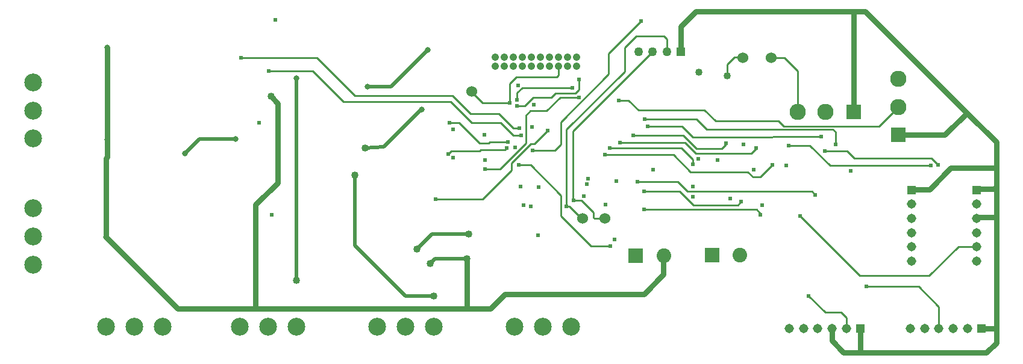
<source format=gbr>
%TF.GenerationSoftware,KiCad,Pcbnew,(6.0.2)*%
%TF.CreationDate,2022-03-05T21:41:31-07:00*%
%TF.ProjectId,L0005-Valve-Controller,4c303030-352d-4566-916c-76652d436f6e,1.0*%
%TF.SameCoordinates,Original*%
%TF.FileFunction,Copper,L4,Bot*%
%TF.FilePolarity,Positive*%
%FSLAX46Y46*%
G04 Gerber Fmt 4.6, Leading zero omitted, Abs format (unit mm)*
G04 Created by KiCad (PCBNEW (6.0.2)) date 2022-03-05 21:41:31*
%MOMM*%
%LPD*%
G01*
G04 APERTURE LIST*
%TA.AperFunction,ComponentPad*%
%ADD10C,1.066800*%
%TD*%
%TA.AperFunction,ComponentPad*%
%ADD11R,1.258000X1.258000*%
%TD*%
%TA.AperFunction,ComponentPad*%
%ADD12C,1.258000*%
%TD*%
%TA.AperFunction,ComponentPad*%
%ADD13C,2.500000*%
%TD*%
%TA.AperFunction,ComponentPad*%
%ADD14R,2.050000X2.050000*%
%TD*%
%TA.AperFunction,ComponentPad*%
%ADD15C,2.050000*%
%TD*%
%TA.AperFunction,ComponentPad*%
%ADD16C,2.286000*%
%TD*%
%TA.AperFunction,ComponentPad*%
%ADD17R,1.308000X1.308000*%
%TD*%
%TA.AperFunction,ComponentPad*%
%ADD18C,1.308000*%
%TD*%
%TA.AperFunction,SMDPad,CuDef*%
%ADD19C,1.524000*%
%TD*%
%TA.AperFunction,ViaPad*%
%ADD20C,0.607060*%
%TD*%
%TA.AperFunction,ViaPad*%
%ADD21C,1.016000*%
%TD*%
%TA.AperFunction,ViaPad*%
%ADD22C,0.800000*%
%TD*%
%TA.AperFunction,Conductor*%
%ADD23C,0.254000*%
%TD*%
%TA.AperFunction,Conductor*%
%ADD24C,0.762000*%
%TD*%
%TA.AperFunction,Conductor*%
%ADD25C,0.508000*%
%TD*%
%TA.AperFunction,Conductor*%
%ADD26C,0.250000*%
%TD*%
G04 APERTURE END LIST*
D10*
%TO.P,P1,1,1*%
%TO.N,3.3V*%
X126939040Y-85816440D03*
%TO.P,P1,2,2*%
%TO.N,unconnected-(P1-Pad2)*%
X126939040Y-84546440D03*
%TO.P,P1,3,3*%
%TO.N,unconnected-(P1-Pad3)*%
X128209040Y-85816440D03*
%TO.P,P1,4,4*%
%TO.N,Earth*%
X128209040Y-84546440D03*
%TO.P,P1,5,5*%
%TO.N,unconnected-(P1-Pad5)*%
X129479040Y-85816440D03*
%TO.P,P1,6,6*%
%TO.N,Earth*%
X129479040Y-84546440D03*
%TO.P,P1,7,7*%
%TO.N,SWDIO*%
X130749040Y-85816440D03*
%TO.P,P1,8,8*%
%TO.N,Earth*%
X130749040Y-84546440D03*
%TO.P,P1,9,9*%
%TO.N,SWCLK*%
X132019040Y-85816440D03*
%TO.P,P1,10,10*%
%TO.N,Earth*%
X132019040Y-84546440D03*
%TO.P,P1,11,11*%
%TO.N,unconnected-(P1-Pad11)*%
X133289040Y-85816440D03*
%TO.P,P1,12,12*%
%TO.N,Earth*%
X133289040Y-84546440D03*
%TO.P,P1,13,13*%
%TO.N,SWO*%
X134559040Y-85816440D03*
%TO.P,P1,14,14*%
%TO.N,Earth*%
X134559040Y-84546440D03*
%TO.P,P1,15,15*%
%TO.N,NRST*%
X135829040Y-85816440D03*
%TO.P,P1,16,16*%
%TO.N,Earth*%
X135829040Y-84546440D03*
%TO.P,P1,17,17*%
%TO.N,unconnected-(P1-Pad17)*%
X137099040Y-85816440D03*
%TO.P,P1,18,18*%
%TO.N,Earth*%
X137099040Y-84546440D03*
%TO.P,P1,19,19*%
%TO.N,unconnected-(P1-Pad19)*%
X138369040Y-85816440D03*
%TO.P,P1,20,20*%
%TO.N,Earth*%
X138369040Y-84546440D03*
%TD*%
D11*
%TO.P,P2,1,+12V*%
%TO.N,5V*%
X153012400Y-83781600D03*
D12*
%TO.P,P2,2,GND*%
%TO.N,RX*%
X151012400Y-83781600D03*
%TO.P,P2,3,3*%
%TO.N,TX*%
X149012400Y-83781600D03*
%TO.P,P2,4,4*%
%TO.N,Earth*%
X147012400Y-83781600D03*
%TD*%
D13*
%TO.P,P3,1,1*%
%TO.N,Net-(C16-Pad2)*%
X137564000Y-122428000D03*
%TO.P,P3,2,2*%
%TO.N,AC_HOT*%
X133604000Y-122428000D03*
%TO.P,P3,3,3*%
%TO.N,unconnected-(P3-Pad3)*%
X129644000Y-122428000D03*
%TD*%
%TO.P,P4,1,1*%
%TO.N,Net-(C17-Pad2)*%
X118260000Y-122428000D03*
%TO.P,P4,2,2*%
%TO.N,AC_HOT*%
X114300000Y-122428000D03*
%TO.P,P4,3,3*%
%TO.N,unconnected-(P4-Pad3)*%
X110340000Y-122428000D03*
%TD*%
%TO.P,P5,1,1*%
%TO.N,Net-(C18-Pad2)*%
X98956000Y-122428000D03*
%TO.P,P5,2,2*%
%TO.N,AC_HOT*%
X94996000Y-122428000D03*
%TO.P,P5,3,3*%
%TO.N,unconnected-(P5-Pad3)*%
X91036000Y-122428000D03*
%TD*%
%TO.P,P6,1,1*%
%TO.N,Net-(C19-Pad2)*%
X80160000Y-122428000D03*
%TO.P,P6,2,2*%
%TO.N,AC_HOT*%
X76200000Y-122428000D03*
%TO.P,P6,3,3*%
%TO.N,unconnected-(P6-Pad3)*%
X72240000Y-122428000D03*
%TD*%
D14*
%TO.P,P9,1,1*%
%TO.N,Net-(F1-Pad2)*%
X146659600Y-112420400D03*
D15*
%TO.P,P9,2,2*%
%TO.N,AC_NEUTRAL*%
X150619600Y-112420400D03*
%TD*%
D14*
%TO.P,P14,1,1*%
%TO.N,5V*%
X177292000Y-92252800D03*
D16*
%TO.P,P14,2,2*%
%TO.N,PG1*%
X173332000Y-92252800D03*
%TO.P,P14,3,3*%
%TO.N,Earth*%
X169372000Y-92252800D03*
%TD*%
D14*
%TO.P,P15,1,1*%
%TO.N,5V*%
X183540400Y-95453200D03*
D16*
%TO.P,P15,2,2*%
%TO.N,PG2*%
X183540400Y-91493200D03*
%TO.P,P15,3,3*%
%TO.N,Earth*%
X183540400Y-87533200D03*
%TD*%
D14*
%TO.P,P16,1,1*%
%TO.N,Net-(P16-Pad1)*%
X157353000Y-112395000D03*
D15*
%TO.P,P16,2,2*%
%TO.N,Net-(D2-Pad1)*%
X161313000Y-112395000D03*
%TD*%
D13*
%TO.P,P8,1,1*%
%TO.N,Net-(C21-Pad2)*%
X61976000Y-95960000D03*
%TO.P,P8,2,2*%
%TO.N,AC_HOT*%
X61976000Y-92000000D03*
%TO.P,P8,3,3*%
%TO.N,unconnected-(P8-Pad3)*%
X61976000Y-88040000D03*
%TD*%
%TO.P,P7,1,1*%
%TO.N,Net-(C20-Pad2)*%
X61976000Y-113688000D03*
%TO.P,P7,2,2*%
%TO.N,AC_HOT*%
X61976000Y-109728000D03*
%TO.P,P7,3,3*%
%TO.N,unconnected-(P7-Pad3)*%
X61976000Y-105768000D03*
%TD*%
D17*
%TO.P,P13,1,+12V*%
%TO.N,5V*%
X185420000Y-103204000D03*
D18*
%TO.P,P13,2,GND*%
%TO.N,Net-(P13-Pad2)*%
X185420000Y-105204000D03*
%TO.P,P13,3,3*%
%TO.N,Earth*%
X185420000Y-107204000D03*
%TO.P,P13,4,4*%
%TO.N,Net-(P13-Pad4)*%
X185420000Y-109204000D03*
%TO.P,P13,5,5*%
%TO.N,Earth*%
X185420000Y-111204000D03*
%TO.P,P13,6,6*%
X185420000Y-113204000D03*
%TD*%
D17*
%TO.P,P12,1,+12V*%
%TO.N,5V*%
X194564000Y-103204000D03*
D18*
%TO.P,P12,2,GND*%
%TO.N,Net-(P12-Pad2)*%
X194564000Y-105204000D03*
%TO.P,P12,3,3*%
%TO.N,5V*%
X194564000Y-107204000D03*
%TO.P,P12,4,4*%
%TO.N,Net-(P12-Pad4)*%
X194564000Y-109204000D03*
%TO.P,P12,5,5*%
%TO.N,/Valves/SBV2_PUL5*%
X194564000Y-111204000D03*
%TO.P,P12,6,6*%
%TO.N,Earth*%
X194564000Y-113204000D03*
%TD*%
D17*
%TO.P,P10,1,+12V*%
%TO.N,5V*%
X178228000Y-122682000D03*
D18*
%TO.P,P10,2,GND*%
%TO.N,Net-(P10-Pad2)*%
X176228000Y-122682000D03*
%TO.P,P10,3,3*%
%TO.N,5V*%
X174228000Y-122682000D03*
%TO.P,P10,4,4*%
%TO.N,Net-(P10-Pad4)*%
X172228000Y-122682000D03*
%TO.P,P10,5,5*%
%TO.N,/Valves/SBV1_PUL5*%
X170228000Y-122682000D03*
%TO.P,P10,6,6*%
%TO.N,Earth*%
X168228000Y-122682000D03*
%TD*%
D17*
%TO.P,P11,1,+12V*%
%TO.N,5V*%
X195246000Y-122682000D03*
D18*
%TO.P,P11,2,GND*%
%TO.N,Net-(P11-Pad2)*%
X193246000Y-122682000D03*
%TO.P,P11,3,3*%
%TO.N,Earth*%
X191246000Y-122682000D03*
%TO.P,P11,4,4*%
%TO.N,Net-(P11-Pad4)*%
X189246000Y-122682000D03*
%TO.P,P11,5,5*%
%TO.N,Earth*%
X187246000Y-122682000D03*
%TO.P,P11,6,6*%
X185246000Y-122682000D03*
%TD*%
D19*
%TO.P,TP1,1*%
%TO.N,NRST*%
X123571000Y-89336880D03*
%TD*%
%TO.P,TP2,1*%
%TO.N,Earth*%
X165658800Y-84632800D03*
%TD*%
%TO.P,TP3,1*%
%TO.N,3.3V*%
X161696400Y-84632800D03*
%TD*%
%TO.P,TP4,1*%
%TO.N,RX*%
X139192000Y-107238800D03*
%TD*%
%TO.P,TP5,1*%
%TO.N,TX*%
X142341600Y-107238800D03*
%TD*%
D20*
%TO.N,Earth*%
X132080000Y-94361000D03*
%TO.N,SOL4*%
X130302000Y-94488000D03*
%TO.N,Net-(P10-Pad2)*%
X170942000Y-118110000D03*
%TO.N,Net-(P11-Pad4)*%
X179019200Y-116789200D03*
%TO.N,SOL5*%
X118478300Y-104457500D03*
%TO.N,Earth*%
X95504000Y-106680000D03*
X132892800Y-109575600D03*
%TO.N,3.3V*%
X130860800Y-105349040D03*
X131919980Y-105503980D03*
%TO.N,VAC_MON*%
X143065500Y-111061500D03*
%TO.N,3.3V*%
X143662400Y-110134400D03*
%TO.N,Earth*%
X142430500Y-105219500D03*
X130124200Y-88447880D03*
%TO.N,SOL6*%
X130556000Y-95504000D03*
%TO.N,SOL5*%
X134287700Y-94805500D03*
%TO.N,VAC_MON*%
X130175000Y-99695000D03*
%TO.N,SBV2_DIR*%
X146304000Y-95504000D03*
%TO.N,SBV2_EN*%
X144399000Y-96520000D03*
%TO.N,Earth*%
X154686000Y-104140000D03*
%TO.N,SBV2_PUL*%
X154686000Y-99568000D03*
%TO.N,Earth*%
X155448000Y-98806000D03*
%TO.N,3.3V*%
X158115000Y-98983800D03*
%TO.N,SOL3*%
X129932120Y-90539880D03*
%TO.N,Net-(J2-Pad2)*%
X128546860Y-97304860D03*
%TO.N,Earth*%
X96012000Y-79248000D03*
%TO.N,SBV1_DIR*%
X147828000Y-103378000D03*
%TO.N,ENCD1_A*%
X146913600Y-102057200D03*
%TO.N,ENCD1_B*%
X165862000Y-99669600D03*
%TO.N,SBV2_EN*%
X163576000Y-97282000D03*
%TO.N,Net-(P12-Pad2)*%
X168097200Y-96977200D03*
%TO.N,3.3V*%
X129689944Y-97177944D03*
%TO.N,SOL3*%
X137706100Y-88861900D03*
%TO.N,PG2*%
X138633200Y-90170000D03*
X144272000Y-90576400D03*
%TO.N,ENCD2_B*%
X147878800Y-93268800D03*
%TO.N,ENCD2_A*%
X148336000Y-94234000D03*
%TO.N,PG1*%
X147421600Y-79451200D03*
%TO.N,EXECPT*%
X138684000Y-87630000D03*
%TO.N,3.3V*%
X132283200Y-91236800D03*
%TO.N,EXECPT*%
X129959920Y-91351920D03*
%TO.N,NRST*%
X128955800Y-90932000D03*
%TO.N,Net-(P12-Pad4)*%
X189128400Y-99669600D03*
%TO.N,Net-(P12-Pad2)*%
X188112400Y-99771200D03*
%TO.N,Earth*%
X176834800Y-100533200D03*
%TO.N,Net-(P12-Pad4)*%
X173177200Y-97739200D03*
%TO.N,ENCD2_B*%
X174752000Y-96774000D03*
%TO.N,ENCD2_A*%
X172720000Y-95707200D03*
%TO.N,3.3V*%
X154686000Y-102743000D03*
%TO.N,SBV1_EN*%
X147828000Y-105968800D03*
%TO.N,ENCD1_A*%
X171856400Y-103936800D03*
%TO.N,/Valves/SBV2_PUL5*%
X169773600Y-106883200D03*
%TO.N,SBV1_EN*%
X164185600Y-106680000D03*
%TO.N,Earth*%
X164388800Y-105359200D03*
%TO.N,SBV1_DIR*%
X161442400Y-104851200D03*
%TO.N,Earth*%
X159893000Y-104394000D03*
X163195000Y-100330000D03*
X167778400Y-99725600D03*
X161798000Y-96774000D03*
%TO.N,SBV2_DIR*%
X159308800Y-96621600D03*
%TO.N,SBV2_PUL*%
X143002000Y-97282000D03*
%TO.N,ENCD1_B*%
X142341600Y-98247200D03*
%TO.N,Earth*%
X149098000Y-100330000D03*
X143911320Y-101909880D03*
%TO.N,3.3V*%
X139954000Y-101600000D03*
%TO.N,Earth*%
X139801600Y-102407720D03*
%TO.N,3.3V*%
X139382500Y-104076500D03*
%TO.N,TX*%
X137922000Y-104648000D03*
%TO.N,RX*%
X136906000Y-105537000D03*
%TO.N,Earth*%
X132959920Y-102830440D03*
X130459919Y-102727321D03*
%TO.N,PG1*%
X132181600Y-97637600D03*
%TO.N,Net-(J1-Pad2)*%
X128701800Y-96453960D03*
%TO.N,PG2*%
X125476000Y-100228400D03*
%TO.N,Earth*%
X125476000Y-98958400D03*
X121008140Y-98656140D03*
%TO.N,Net-(J2-Pad2)*%
X120314720Y-98155760D03*
%TO.N,3.3V*%
X125404880Y-95448120D03*
%TO.N,Earth*%
X120954800Y-94691200D03*
%TO.N,Net-(J1-Pad2)*%
X120462040Y-93756480D03*
%TO.N,Earth*%
X93698000Y-93754000D03*
%TO.N,SOL6*%
X95059500Y-86423500D03*
%TO.N,SOL4*%
X91186000Y-84582000D03*
D21*
%TO.N,Earth*%
X155498800Y-86614000D03*
%TO.N,3.3V*%
X159512000Y-87172800D03*
%TO.N,Net-(C16-Pad2)*%
X115869720Y-111551720D03*
X123190000Y-109387640D03*
%TO.N,Net-(C17-Pad2)*%
X107188000Y-101092000D03*
X118260000Y-118133000D03*
D22*
%TO.N,Net-(C18-Pad2)*%
X117436900Y-83451700D03*
X108988860Y-88646000D03*
X98933000Y-87503000D03*
D21*
X98933000Y-115951000D03*
D22*
%TO.N,Net-(C20-Pad2)*%
X90424000Y-96012000D03*
X83312000Y-98094800D03*
D21*
%TO.N,AC_NEUTRAL*%
X95377000Y-90043000D03*
X122946160Y-112836960D03*
D22*
X72237600Y-109829600D03*
X116531390Y-91893390D03*
D21*
X108651040Y-97254060D03*
D22*
X72390000Y-96113600D03*
X72390000Y-83185000D03*
D21*
X117734080Y-113507520D03*
%TD*%
D23*
%TO.N,PG2*%
X125476000Y-100228400D02*
X127609600Y-100228400D01*
X136017000Y-90170000D02*
X138633200Y-90170000D01*
X127609600Y-100228400D02*
X131186041Y-96651959D01*
X131186041Y-96651959D02*
X131186041Y-92714959D01*
X131186041Y-92714959D02*
X131826000Y-92075000D01*
X131826000Y-92075000D02*
X134112000Y-92075000D01*
X134112000Y-92075000D02*
X136017000Y-90170000D01*
%TO.N,SOL4*%
X130048000Y-94488000D02*
X130302000Y-94488000D01*
X129413000Y-94488000D02*
X130048000Y-94488000D01*
%TO.N,Net-(P10-Pad2)*%
X170942000Y-118110000D02*
X173278800Y-120446800D01*
%TO.N,SOL6*%
X130556000Y-95504000D02*
X129476500Y-95504000D01*
X123634500Y-93726000D02*
X120650000Y-90741500D01*
X129476500Y-95504000D02*
X127698500Y-93726000D01*
X127698500Y-93726000D02*
X123634500Y-93726000D01*
X120650000Y-90741500D02*
X105537000Y-90741500D01*
X105537000Y-90741500D02*
X101219000Y-86423500D01*
X101219000Y-86423500D02*
X95059500Y-86423500D01*
%TO.N,SOL5*%
X134287700Y-94805500D02*
X132424480Y-96668720D01*
X129159000Y-100457000D02*
X125158500Y-104457500D01*
X132424480Y-96668720D02*
X131931280Y-96668720D01*
X131931280Y-96668720D02*
X129159000Y-99441000D01*
X129159000Y-99441000D02*
X129159000Y-100457000D01*
X125158500Y-104457500D02*
X118478300Y-104457500D01*
%TO.N,PG1*%
X132207000Y-97663000D02*
X135255000Y-97663000D01*
X132181600Y-97637600D02*
X132207000Y-97663000D01*
X135255000Y-97663000D02*
X136093200Y-96824800D01*
X136093200Y-96824800D02*
X136093200Y-93624400D01*
%TO.N,VAC_MON*%
X130175000Y-99695000D02*
X131889500Y-99695000D01*
X131889500Y-99695000D02*
X136144000Y-103949500D01*
X136144000Y-103949500D02*
X136144000Y-106855606D01*
X136144000Y-106855606D02*
X140349894Y-111061500D01*
X140349894Y-111061500D02*
X143065500Y-111061500D01*
%TO.N,SBV2_EN*%
X144399000Y-96520000D02*
X153568400Y-96520000D01*
X153568400Y-96520000D02*
X155092400Y-98044000D01*
%TO.N,SBV2_PUL*%
X154686000Y-98933000D02*
X154686000Y-99568000D01*
X153035000Y-97282000D02*
X154686000Y-98933000D01*
%TO.N,SOL3*%
X129967680Y-90504320D02*
X129967680Y-89523880D01*
%TO.N,ENCD2_A*%
X148336000Y-94234000D02*
X153162000Y-94234000D01*
%TO.N,SBV1_DIR*%
X147828000Y-103378000D02*
X152806400Y-103378000D01*
%TO.N,TX*%
X137922000Y-104648000D02*
X138988800Y-104648000D01*
%TO.N,Net-(J2-Pad2)*%
X128546860Y-97304860D02*
X128280160Y-97571560D01*
%TO.N,Earth*%
X165658800Y-84632800D02*
X167538400Y-84632800D01*
X169367200Y-86461600D02*
X169367200Y-90830400D01*
X169367200Y-90830400D02*
X169367200Y-91948000D01*
X167538400Y-84632800D02*
X169367200Y-86461600D01*
%TO.N,NRST*%
X129885440Y-87335360D02*
X135493760Y-87335360D01*
X128955800Y-90932000D02*
X125130560Y-90932000D01*
X128955800Y-88265000D02*
X129885440Y-87335360D01*
X135823960Y-87005160D02*
X135823960Y-85846920D01*
X128955800Y-90932000D02*
X128955800Y-88265000D01*
X125130560Y-90932000D02*
X123667520Y-89468960D01*
X135493760Y-87335360D02*
X135823960Y-87005160D01*
%TO.N,3.3V*%
X161340800Y-84582000D02*
X161798000Y-84582000D01*
X160528000Y-84531200D02*
X161391600Y-84531200D01*
X159512000Y-87172800D02*
X159512000Y-85547200D01*
X159512000Y-85547200D02*
X160528000Y-84531200D01*
D24*
%TO.N,5V*%
X177241200Y-78130400D02*
X177190400Y-78079600D01*
X193192400Y-92354400D02*
X197307200Y-96469200D01*
X197307200Y-102717600D02*
X197307200Y-106934000D01*
X153012400Y-83781600D02*
X153012400Y-80159600D01*
X190906400Y-100126800D02*
X197307200Y-100126800D01*
X197307200Y-124714000D02*
X195935600Y-126085600D01*
X185369200Y-103102400D02*
X187930800Y-103102400D01*
X153012400Y-80159600D02*
X155092400Y-78079600D01*
X174193200Y-124409200D02*
X174193200Y-122580400D01*
X197256400Y-122682000D02*
X197307200Y-122631200D01*
X195935600Y-126085600D02*
X179832000Y-126085600D01*
X196973200Y-103051600D02*
X197307200Y-102717600D01*
X155092400Y-78079600D02*
X177190400Y-78079600D01*
X195296800Y-122682000D02*
X197256400Y-122682000D01*
X194462400Y-103051600D02*
X196973200Y-103051600D01*
X175869600Y-126085600D02*
X174193200Y-124409200D01*
X179832000Y-126085600D02*
X178358800Y-126085600D01*
X190093600Y-95453200D02*
X193192400Y-92354400D01*
X194462400Y-107051600D02*
X197189600Y-107051600D01*
X183540400Y-95453200D02*
X190093600Y-95453200D01*
X178358800Y-126085600D02*
X175869600Y-126085600D01*
X197307200Y-122631200D02*
X197307200Y-124714000D01*
X178228000Y-125954800D02*
X178358800Y-126085600D01*
X177241200Y-91135200D02*
X177241200Y-78130400D01*
X197307200Y-96469200D02*
X197307200Y-100126800D01*
X177190400Y-78079600D02*
X178917600Y-78079600D01*
X197307200Y-106934000D02*
X197307200Y-122631200D01*
X178228000Y-122631200D02*
X178228000Y-125954800D01*
X197307200Y-100126800D02*
X197307200Y-102717600D01*
X197189600Y-107051600D02*
X197307200Y-106934000D01*
X178917600Y-78079600D02*
X193192400Y-92354400D01*
X187930800Y-103102400D02*
X190906400Y-100126800D01*
D25*
%TO.N,Net-(C16-Pad2)*%
X118033800Y-109387640D02*
X115869720Y-111551720D01*
X123190000Y-109387640D02*
X118033800Y-109387640D01*
%TO.N,Net-(C17-Pad2)*%
X118260000Y-118133000D02*
X114323000Y-118133000D01*
X107188000Y-110998000D02*
X107188000Y-101092000D01*
X114323000Y-118133000D02*
X107188000Y-110998000D01*
%TO.N,Net-(C18-Pad2)*%
X98933000Y-115951000D02*
X98933000Y-87503000D01*
X112257840Y-88630760D02*
X108988860Y-88646000D01*
X117386100Y-83502500D02*
X112257840Y-88630760D01*
%TO.N,Net-(C20-Pad2)*%
X90373200Y-96012000D02*
X85344000Y-96012000D01*
X85344000Y-96012000D02*
X83312000Y-98044000D01*
D23*
%TO.N,EXECPT*%
X132207000Y-90170000D02*
X134810500Y-90170000D01*
X138176000Y-89598500D02*
X138684000Y-89090500D01*
X134810500Y-90170000D02*
X135382000Y-89598500D01*
X131025080Y-91351920D02*
X132207000Y-90170000D01*
X138684000Y-89090500D02*
X138684000Y-87680800D01*
X129959920Y-91351920D02*
X131025080Y-91351920D01*
X135382000Y-89598500D02*
X138176000Y-89598500D01*
%TO.N,Net-(J1-Pad2)*%
X120462040Y-93756480D02*
X121848880Y-93756480D01*
X121848880Y-93756480D02*
X124714000Y-96621600D01*
D26*
X125973840Y-96621600D02*
X124714000Y-96621600D01*
X128701800Y-96453960D02*
X126141480Y-96453960D01*
X126141480Y-96453960D02*
X125973840Y-96621600D01*
D23*
%TO.N,Net-(J2-Pad2)*%
X124682861Y-97755099D02*
X124866400Y-97571560D01*
X120715381Y-97755099D02*
X124682861Y-97755099D01*
X124866400Y-97571560D02*
X128280160Y-97571560D01*
X120314720Y-98155760D02*
X120715381Y-97755099D01*
D24*
%TO.N,AC_NEUTRAL*%
X79502000Y-117094000D02*
X82296000Y-119888000D01*
X122936000Y-119888000D02*
X124714000Y-119888000D01*
X72224900Y-109816900D02*
X72224900Y-98767900D01*
X96326301Y-90992301D02*
X96326301Y-102174699D01*
X146050000Y-117856000D02*
X147777200Y-117856000D01*
X126238000Y-119888000D02*
X128270000Y-117856000D01*
X72390000Y-98602800D02*
X72390000Y-96113600D01*
X72390000Y-96012000D02*
X72390000Y-83185000D01*
X95377000Y-90043000D02*
X96326301Y-90992301D01*
X82296000Y-119888000D02*
X93218000Y-119888000D01*
X93218000Y-105283000D02*
X93218000Y-119888000D01*
X124714000Y-119888000D02*
X126238000Y-119888000D01*
D25*
X111272320Y-97152460D02*
X108651040Y-97254060D01*
D24*
X72224900Y-109816900D02*
X72237600Y-109829600D01*
X147777200Y-117856000D02*
X150520400Y-115112800D01*
X122946160Y-119877840D02*
X122936000Y-119888000D01*
D25*
X116429790Y-91994990D02*
X111272320Y-97152460D01*
D24*
X150520400Y-115112800D02*
X150520400Y-112268000D01*
X122946160Y-112836960D02*
X122946160Y-119877840D01*
X128270000Y-117856000D02*
X146050000Y-117856000D01*
X72224900Y-98767900D02*
X72390000Y-98602800D01*
D25*
X118404640Y-112836960D02*
X117734080Y-113507520D01*
D24*
X93218000Y-119888000D02*
X122936000Y-119888000D01*
D25*
X122946160Y-112836960D02*
X118404640Y-112836960D01*
D24*
X72237600Y-109829600D02*
X79502000Y-117094000D01*
X72390000Y-96113600D02*
X72390000Y-96012000D01*
X96326301Y-102174699D02*
X93218000Y-105283000D01*
D23*
%TO.N,SOL3*%
X129967680Y-89523880D02*
X130685540Y-88806020D01*
X130685540Y-88806020D02*
X137706100Y-88806020D01*
%TO.N,SOL4*%
X107188000Y-89916000D02*
X120904000Y-89916000D01*
X91186000Y-84582000D02*
X101854000Y-84582000D01*
X127381000Y-92456000D02*
X129413000Y-94488000D01*
X101854000Y-84582000D02*
X107188000Y-89916000D01*
X120904000Y-89916000D02*
X123444000Y-92456000D01*
X123444000Y-92456000D02*
X127381000Y-92456000D01*
%TO.N,TX*%
X140868400Y-107238800D02*
X142290800Y-107238800D01*
X140716000Y-107086400D02*
X140868400Y-107238800D01*
X137858500Y-104648000D02*
X137858500Y-94957900D01*
X138988800Y-104648000D02*
X140716000Y-106375200D01*
X137858500Y-104648000D02*
X137922000Y-104648000D01*
X137858500Y-94957900D02*
X148945600Y-83870800D01*
X140716000Y-106375200D02*
X140716000Y-107086400D01*
%TO.N,RX*%
X151028400Y-81940400D02*
X151028400Y-84023200D01*
X136906000Y-105537000D02*
X137337800Y-105537000D01*
X136906000Y-94691200D02*
X145084800Y-86512400D01*
X150622000Y-81534000D02*
X151028400Y-81940400D01*
X137337800Y-105537000D02*
X138988800Y-107188000D01*
X146710400Y-81534000D02*
X150622000Y-81534000D01*
X145084800Y-83159600D02*
X146710400Y-81534000D01*
X145084800Y-86512400D02*
X145084800Y-83159600D01*
X136906000Y-105537000D02*
X136906000Y-94691200D01*
%TO.N,Net-(P11-Pad4)*%
X186385200Y-116789200D02*
X189230000Y-119634000D01*
X189230000Y-119634000D02*
X189230000Y-122783600D01*
X179019200Y-116789200D02*
X186385200Y-116789200D01*
%TO.N,Net-(P10-Pad2)*%
X175514000Y-120446800D02*
X176225200Y-121158000D01*
X173278800Y-120446800D02*
X175514000Y-120446800D01*
X176225200Y-121158000D02*
X176225200Y-122580400D01*
%TO.N,PG1*%
X142849600Y-86868000D02*
X142849600Y-84023200D01*
X136093200Y-93624400D02*
X142849600Y-86868000D01*
X142849600Y-84023200D02*
X147421600Y-79451200D01*
%TO.N,PG2*%
X156311600Y-91948000D02*
X147015200Y-91948000D01*
X145643600Y-90576400D02*
X144272000Y-90576400D01*
X183540400Y-91493200D02*
X180799600Y-94234000D01*
X167436800Y-94234000D02*
X166725600Y-93522800D01*
X180799600Y-94234000D02*
X167436800Y-94234000D01*
X157886400Y-93522800D02*
X156311600Y-91948000D01*
X147015200Y-91948000D02*
X145643600Y-90576400D01*
X166725600Y-93522800D02*
X157886400Y-93522800D01*
%TO.N,ENCD1_A*%
X152552400Y-102057200D02*
X153924000Y-103428800D01*
X171856400Y-103886000D02*
X171856400Y-103936800D01*
X153924000Y-103428800D02*
X171399200Y-103428800D01*
X146913600Y-102057200D02*
X152552400Y-102057200D01*
X171399200Y-103428800D02*
X171856400Y-103886000D01*
%TO.N,ENCD2_A*%
X153162000Y-94234000D02*
X154686000Y-95758000D01*
X154686000Y-95758000D02*
X159004000Y-95758000D01*
X159004000Y-95758000D02*
X172720000Y-95707200D01*
%TO.N,ENCD1_B*%
X162380567Y-100643811D02*
X163133556Y-101396800D01*
X142341600Y-98247200D02*
X151942800Y-98247200D01*
X163133556Y-101396800D02*
X164134800Y-101396800D01*
X154339411Y-100643811D02*
X162380567Y-100643811D01*
X151942800Y-98247200D02*
X154339411Y-100643811D01*
X164134800Y-101396800D02*
X165785800Y-99745800D01*
%TO.N,ENCD2_B*%
X156612720Y-94687520D02*
X174341920Y-94687520D01*
X147929600Y-93218000D02*
X155143200Y-93218000D01*
X174701200Y-95046800D02*
X174752000Y-96774000D01*
X155143200Y-93218000D02*
X156612720Y-94687520D01*
X174341920Y-94687520D02*
X174701200Y-95046800D01*
%TO.N,Net-(P12-Pad2)*%
X173939200Y-99771200D02*
X188112400Y-99771200D01*
X171094400Y-96926400D02*
X173939200Y-99771200D01*
X168148000Y-96926400D02*
X171094400Y-96926400D01*
%TO.N,Net-(P12-Pad4)*%
X173177200Y-97739200D02*
X176326800Y-97739200D01*
X177342800Y-98755200D02*
X188214000Y-98755200D01*
X188214000Y-98755200D02*
X189128400Y-99669600D01*
X176326800Y-97739200D02*
X177342800Y-98755200D01*
%TO.N,/Valves/SBV2_PUL5*%
X169773600Y-106883200D02*
X178155600Y-115265200D01*
X178155600Y-115265200D02*
X187858400Y-115265200D01*
X191973200Y-111150400D02*
X194513200Y-111150400D01*
X187858400Y-115265200D02*
X191973200Y-111150400D01*
%TO.N,SBV1_DIR*%
X160985200Y-105308400D02*
X161442400Y-104851200D01*
X154736800Y-105308400D02*
X160985200Y-105308400D01*
X152806400Y-103378000D02*
X154736800Y-105308400D01*
%TO.N,SBV1_EN*%
X163626800Y-105968800D02*
X164185600Y-106527600D01*
X147828000Y-105968800D02*
X163626800Y-105968800D01*
X164185600Y-106527600D02*
X164185600Y-106680000D01*
%TO.N,SBV2_DIR*%
X153314400Y-95504000D02*
X155194000Y-97383600D01*
X155194000Y-97383600D02*
X158699200Y-97383600D01*
X158699200Y-97383600D02*
X159308800Y-96774000D01*
X146304000Y-95504000D02*
X153314400Y-95504000D01*
X159308800Y-96774000D02*
X159308800Y-96621600D01*
%TO.N,SBV2_PUL*%
X153035000Y-97282000D02*
X143002000Y-97282000D01*
%TO.N,SBV2_EN*%
X155092400Y-98044000D02*
X162915600Y-98044000D01*
X162915600Y-98044000D02*
X163626800Y-97332800D01*
%TD*%
M02*

</source>
